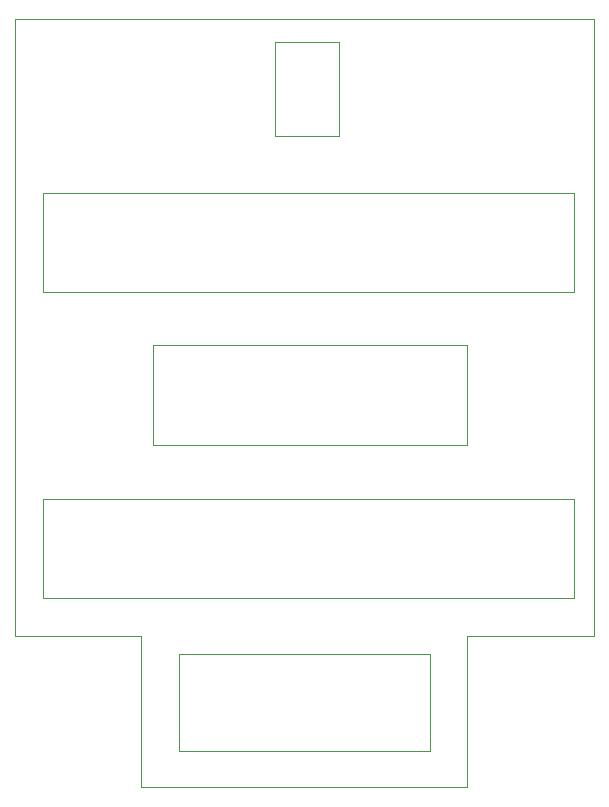
<source format=gm1>
G04 #@! TF.GenerationSoftware,KiCad,Pcbnew,(6.0.2)*
G04 #@! TF.CreationDate,2022-06-03T10:06:41-07:00*
G04 #@! TF.ProjectId,iflfu-middle,69666c66-752d-46d6-9964-646c652e6b69,rev?*
G04 #@! TF.SameCoordinates,Original*
G04 #@! TF.FileFunction,Profile,NP*
%FSLAX46Y46*%
G04 Gerber Fmt 4.6, Leading zero omitted, Abs format (unit mm)*
G04 Created by KiCad (PCBNEW (6.0.2)) date 2022-06-03 10:06:41*
%MOMM*%
%LPD*%
G01*
G04 APERTURE LIST*
G04 #@! TA.AperFunction,Profile*
%ADD10C,0.100000*%
G04 #@! TD*
G04 APERTURE END LIST*
D10*
X145600000Y-80934717D02*
X194600000Y-80934717D01*
X156300000Y-145934717D02*
X156300000Y-133134717D01*
X167600000Y-82834717D02*
X173000000Y-82834717D01*
X173000000Y-82834717D02*
X173000000Y-90834717D01*
X173000000Y-90834717D02*
X167600000Y-90834717D01*
X167600000Y-90834717D02*
X167600000Y-82834717D01*
X157300000Y-108534717D02*
X183900000Y-108534717D01*
X183900000Y-108534717D02*
X183900000Y-116934717D01*
X183900000Y-116934717D02*
X157300000Y-116934717D01*
X157300000Y-116934717D02*
X157300000Y-108534717D01*
X148000000Y-121534717D02*
X192900000Y-121534717D01*
X192900000Y-121534717D02*
X192900000Y-129934717D01*
X192900000Y-129934717D02*
X148000000Y-129934717D01*
X148000000Y-129934717D02*
X148000000Y-121534717D01*
X183900000Y-145934717D02*
X183900000Y-133134717D01*
X183900000Y-133134717D02*
X194600000Y-133134717D01*
X156300000Y-133134717D02*
X145600000Y-133134717D01*
X159500000Y-134634717D02*
X180700000Y-134634717D01*
X180700000Y-134634717D02*
X180700000Y-142834717D01*
X180700000Y-142834717D02*
X159500000Y-142834717D01*
X159500000Y-142834717D02*
X159500000Y-134634717D01*
X145600000Y-133134717D02*
X145600000Y-80934717D01*
X194600000Y-80934717D02*
X194600000Y-133134717D01*
X148000000Y-95634717D02*
X192900000Y-95634717D01*
X192900000Y-95634717D02*
X192900000Y-104034717D01*
X192900000Y-104034717D02*
X148000000Y-104034717D01*
X148000000Y-104034717D02*
X148000000Y-95634717D01*
X183900000Y-145934717D02*
X156300000Y-145934717D01*
M02*

</source>
